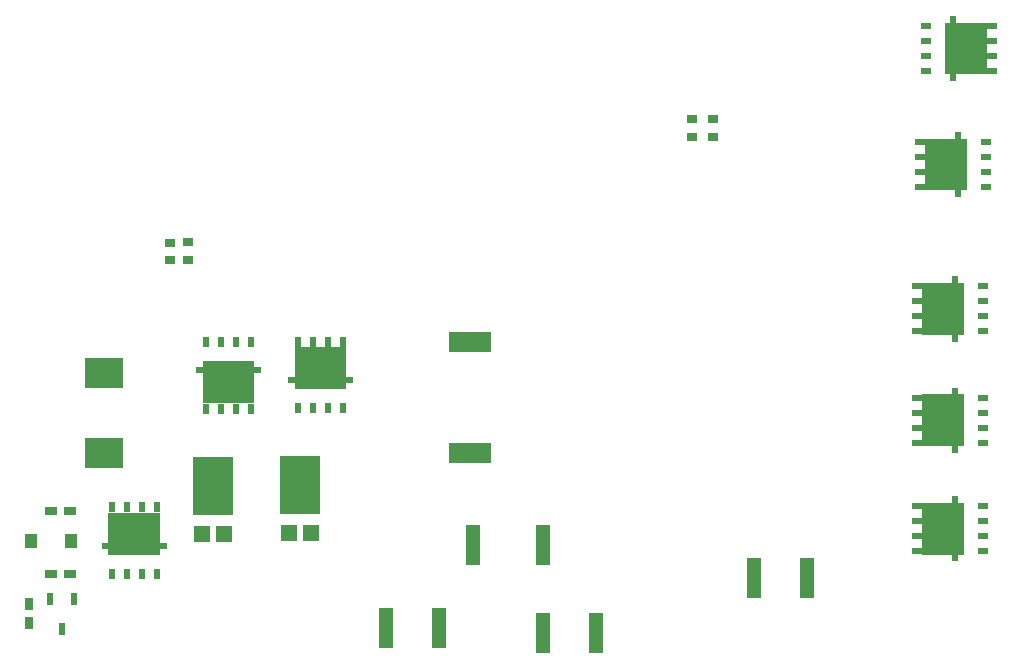
<source format=gbp>
G04*
G04 #@! TF.GenerationSoftware,Altium Limited,Altium Designer,23.10.1 (27)*
G04*
G04 Layer_Color=128*
%FSLAX25Y25*%
%MOIN*%
G70*
G04*
G04 #@! TF.SameCoordinates,4B5F03CF-9F67-499E-902A-73A7A51B6F95*
G04*
G04*
G04 #@! TF.FilePolarity,Positive*
G04*
G01*
G75*
%ADD49R,0.03347X0.02756*%
%ADD51R,0.09843X0.14410*%
%ADD52R,0.07874X0.14410*%
%ADD53R,0.06299X0.01968*%
%ADD54R,0.02126X0.03543*%
%ADD56R,0.02362X0.03937*%
%ADD57R,0.04331X0.04724*%
%ADD58R,0.12992X0.09843*%
%ADD59R,0.03000X0.04000*%
%ADD60R,0.04000X0.03000*%
%ADD163R,0.05512X0.05512*%
%ADD164R,0.13386X0.19291*%
%ADD165R,0.14016X0.07008*%
%ADD166R,0.05118X0.13780*%
%ADD167R,0.03543X0.02126*%
%ADD168R,0.01968X0.06299*%
%ADD169R,0.14410X0.07874*%
%ADD170R,0.14410X0.09843*%
%ADD171R,0.04724X0.13780*%
D49*
X453815Y196109D02*
D03*
Y202015D02*
D03*
X447880Y201976D02*
D03*
Y196071D02*
D03*
X621915Y237315D02*
D03*
Y243220D02*
D03*
X629015Y243115D02*
D03*
Y237210D02*
D03*
D51*
X471074Y155387D02*
D03*
X432456Y104943D02*
D03*
X494556Y160143D02*
D03*
D52*
X462831Y155387D02*
D03*
X440698Y104943D02*
D03*
X502798Y160143D02*
D03*
D53*
X475327Y159423D02*
D03*
X459579D02*
D03*
X443951Y100907D02*
D03*
X428203D02*
D03*
X490303Y156107D02*
D03*
X506051D02*
D03*
D54*
X464953Y168675D02*
D03*
Y146637D02*
D03*
X474953Y168675D02*
D03*
X469953D02*
D03*
X474953Y146637D02*
D03*
X459953Y168675D02*
D03*
Y146637D02*
D03*
X469953D02*
D03*
X433577Y113693D02*
D03*
X443577D02*
D03*
Y91655D02*
D03*
X428577Y113693D02*
D03*
X433577Y91655D02*
D03*
X428577D02*
D03*
X438577Y113693D02*
D03*
Y91655D02*
D03*
X500677Y146855D02*
D03*
Y168893D02*
D03*
X490677Y146855D02*
D03*
X495677D02*
D03*
X490677Y168893D02*
D03*
X505677Y146855D02*
D03*
Y168893D02*
D03*
X495677D02*
D03*
D56*
X408115Y83115D02*
D03*
X412052Y73273D02*
D03*
X415989Y83115D02*
D03*
D57*
X401615Y102615D02*
D03*
X414942D02*
D03*
D58*
X425815Y131840D02*
D03*
Y158415D02*
D03*
D59*
X400915Y81413D02*
D03*
Y75217D02*
D03*
D60*
X414613Y112415D02*
D03*
X408417D02*
D03*
Y91515D02*
D03*
X414613D02*
D03*
D163*
X466037Y104815D02*
D03*
X458793D02*
D03*
X487593Y105015D02*
D03*
X494837D02*
D03*
D164*
X462415Y120815D02*
D03*
X491215Y121015D02*
D03*
D165*
X547915Y168915D02*
D03*
Y131907D02*
D03*
D166*
X590115Y71715D02*
D03*
X572399D02*
D03*
X519815Y73615D02*
D03*
X537532D02*
D03*
X660315Y90215D02*
D03*
X642598D02*
D03*
D167*
X696887Y104077D02*
D03*
Y114077D02*
D03*
X718924D02*
D03*
X696887Y99077D02*
D03*
X718924Y104077D02*
D03*
Y99077D02*
D03*
X696887Y109077D02*
D03*
X718924D02*
D03*
X696887Y140218D02*
D03*
Y150218D02*
D03*
X718924D02*
D03*
X696887Y135218D02*
D03*
X718924Y140218D02*
D03*
Y135218D02*
D03*
X696887Y145218D02*
D03*
X718924D02*
D03*
X697887Y225498D02*
D03*
Y235498D02*
D03*
X719924D02*
D03*
X697887Y220498D02*
D03*
X719924Y225498D02*
D03*
Y220498D02*
D03*
X697887Y230498D02*
D03*
X719924D02*
D03*
X696887Y177358D02*
D03*
Y187358D02*
D03*
X718924D02*
D03*
X696887Y172358D02*
D03*
X718924Y177358D02*
D03*
Y172358D02*
D03*
X696887Y182358D02*
D03*
X718924D02*
D03*
X721893Y269153D02*
D03*
Y259153D02*
D03*
X699855D02*
D03*
X721893Y274153D02*
D03*
X699855Y269153D02*
D03*
Y274153D02*
D03*
X721893Y264153D02*
D03*
X699855D02*
D03*
D168*
X709672Y114451D02*
D03*
Y98703D02*
D03*
Y150592D02*
D03*
Y134844D02*
D03*
X710673Y235872D02*
D03*
Y220124D02*
D03*
X709672Y187732D02*
D03*
Y171984D02*
D03*
X709107Y258779D02*
D03*
Y274527D02*
D03*
D169*
X705637Y111198D02*
D03*
Y147339D02*
D03*
X706637Y232620D02*
D03*
X705637Y184479D02*
D03*
X713143Y262032D02*
D03*
D170*
X705637Y102956D02*
D03*
Y139096D02*
D03*
X706637Y224377D02*
D03*
X705637Y176237D02*
D03*
X713143Y270274D02*
D03*
D171*
X548815Y101315D02*
D03*
X572437D02*
D03*
M02*

</source>
